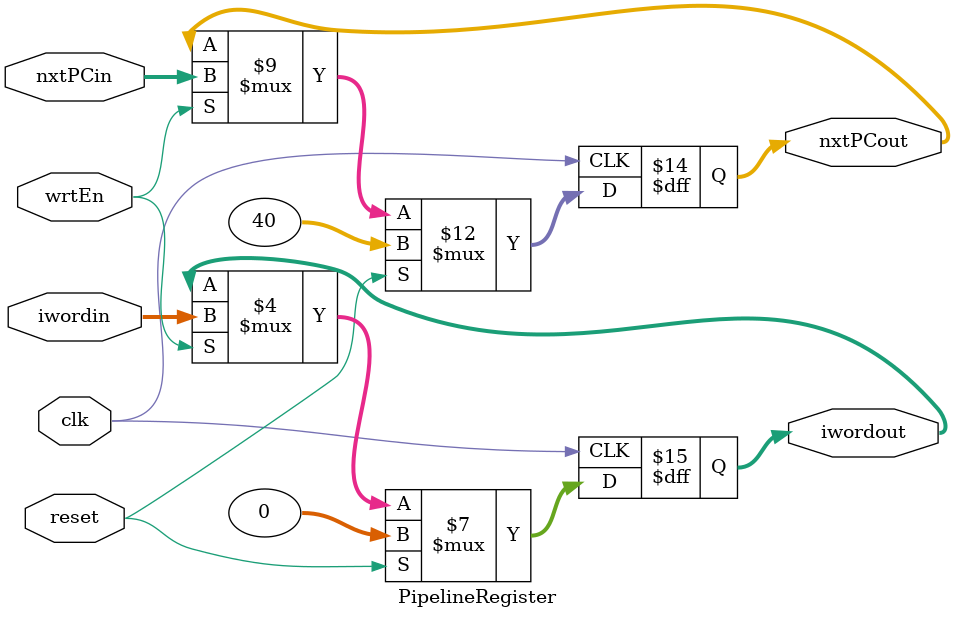
<source format=v>
module PipelineRegister(clk, reset, wrtEn, nxtPCin, iwordin, nxtPCout, iwordout);
	parameter PC_BIT_WIDTH = 32;
	parameter IWORD_BIT_WIDTH = 32;
	parameter PC_RESET_VALUE = 40;
	parameter IWORD_RESET_VALUE = 0;
	
	input clk, reset, wrtEn;
	input [PC_BIT_WIDTH - 1: 0] nxtPCin;
	input [IWORD_BIT_WIDTH - 1: 0] iwordin;
	output [PC_BIT_WIDTH - 1: 0] nxtPCout;
	output [IWORD_BIT_WIDTH - 1: 0] iwordout;
	reg [PC_BIT_WIDTH - 1: 0] nxtPCout;
	reg [IWORD_BIT_WIDTH - 1: 0] iwordout;
	
	always @(posedge clk) begin
		if (reset == 1'b1)begin
			nxtPCout <= PC_RESET_VALUE;
			iwordout <= IWORD_RESET_VALUE;
		end
		else if (wrtEn == 1'b1)begin
			nxtPCout <= nxtPCin;
			iwordout <= iwordin;
		end
	end
endmodule
</source>
